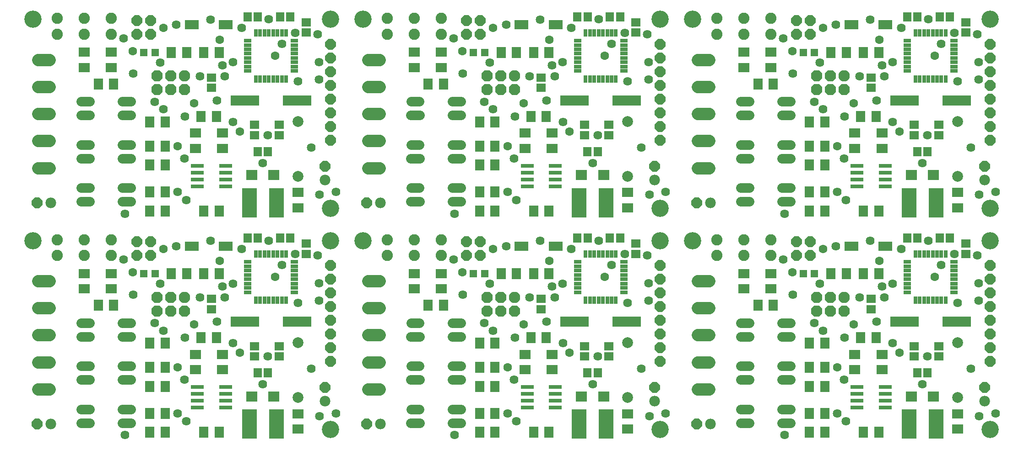
<source format=gbr>
*
%LPD*%
%LNTop_SolderMask*%
%FSLAX25Y25*%
%MOIN*%
%AD*%
%AD*%
%ADD51R,0.059179921X0.067059843*%
%ADD52R,0.067059843X0.059179921*%
%ADD53R,0.078870079X0.074929921*%
%ADD54R,0.094609843X0.031620079*%
%ADD55C,0.0828*%
%AMD56_Octagon*
4,1,8,-0.0414,0.017148,-0.017148,0.0414,0.017148,0.0414,0.0414,0.017148,0.0414,-0.017148,0.017148,-0.0414,-0.017148,-0.0414,-0.0414,-0.017148,-0.0414,0.017148,0*
%
%ADD56D56_Octagon*%
%ADD57C,0.082*%
%AMD58_Octagon*
4,1,8,-0.03975,0.016482,-0.016482,0.03975,0.016482,0.03975,0.03975,0.016482,0.03975,-0.016482,0.016482,-0.03975,-0.016482,-0.03975,-0.03975,-0.016482,-0.03975,0.016482,0*
%
%ADD58D58_Octagon*%
%ADD59R,0.106429921X0.212720079*%
%ADD60R,0.055240157X0.055240157*%
%ADD61C,0.070990157*%
%ADD62C,0.0715*%
%ADD63R,0.070990157X0.078979921*%
%ADD64R,0.078979921X0.070990157*%
%ADD65R,0.09855X0.070990157*%
%ADD66C,0.0915*%
%ADD67R,0.208X0.078*%
%ADD68C,0.078870079*%
%AMD69_Octagon*
4,1,8,-0.039,0.016165,-0.016165,0.039,0.016165,0.039,0.039,0.016165,0.039,-0.016165,0.016165,-0.039,-0.016165,-0.039,-0.039,-0.016165,-0.039,0.016165,0*
%
%ADD69D69_Octagon*%
%ADD70C,0.078*%
%ADD71R,0.027690157X0.058*%
%ADD72R,0.058X0.027690157*%
%ADD73C,0.064*%
%ADD74C,0.063120079*%
%ADD75C,0.126109843*%
G54D51*
%SRX1Y1I0.0J0.0*%
G1X199552Y56918D3*
G1X207032Y56918D3*
G1X199650Y155343D3*
G1X192170Y155343D3*
G1X215792Y155343D3*
G1X223272Y155343D3*
G54D52*
G1X234788Y151209D3*
G1X234788Y143729D3*
G1X165890Y110855D3*
G1X165890Y103375D3*
G1X197386Y76406D3*
G1X197386Y68926D3*
G1X215103Y68926D3*
G1X215103Y76406D3*
G54D53*
G1X211363Y39733D3*
G1X195221Y39733D3*
G54D54*
G1X176127Y41702D3*
G1X176127Y46702D3*
G1X176127Y36702D3*
G1X176127Y31702D3*
G1X155654Y31702D3*
G1X155654Y36702D3*
G1X155654Y41702D3*
G1X155654Y46702D3*
G54D55*
G1X146363Y112115D3*
G54D56*
G1X136363Y112115D3*
G1X126363Y112115D3*
G1X126363Y102115D3*
G1X136363Y102115D3*
G1X146363Y102115D3*
G54D57*
G1X93056Y142675D3*
G1X93056Y154075D3*
G1X73371Y154075D3*
G1X73371Y142675D3*
G1X53686Y142675D3*
G1X53686Y154075D3*
G54D58*
G1X111520Y152469D3*
G1X121520Y152469D3*
G1X121520Y142469D3*
G1X111520Y142469D3*
G1X252504Y135225D3*
G1X252504Y125225D3*
G1X252504Y115225D3*
G1X252504Y105225D3*
G1X252504Y95225D3*
G1X252504Y85225D3*
G1X252504Y75225D3*
G1X252504Y65225D3*
G54D59*
G1X213134Y19517D3*
G1X193449Y19517D3*
G54D60*
G1X124749Y129261D3*
G1X116481Y129261D3*
G1X107308Y93414D2*
G54D61*
G1X101008Y93414D1*
G1X101008Y83414D2*
G1X107308Y83414D1*
G1X107308Y61918D2*
G1X101008Y61918D1*
G1X101008Y51918D2*
G1X107308Y51918D1*
G1X107308Y30422D2*
G1X101008Y30422D1*
G1X101008Y20422D2*
G1X107308Y20422D1*
G1X77229Y30422D2*
G1X70930Y30422D1*
G1X70930Y61918D2*
G1X77229Y61918D1*
G1X77229Y93414D2*
G1X70930Y93414D1*
G1X70904Y83414D2*
G54D62*
G1X77254Y83414D1*
G1X77254Y51918D2*
G1X70904Y51918D1*
G1X70904Y20422D2*
G1X77254Y20422D1*
G54D63*
G1X120922Y13611D3*
G1X132119Y13611D3*
G1X132119Y27391D3*
G1X120922Y27391D3*
G1X120922Y47076D3*
G1X132119Y47076D3*
G1X132119Y60855D3*
G1X120922Y60855D3*
G1X120922Y78572D3*
G1X132119Y78572D3*
G1X158323Y82509D3*
G1X169520Y82509D3*
G1X171489Y129261D3*
G1X160292Y129261D3*
G1X147867Y129261D3*
G1X136670Y129261D3*
G1X94717Y106131D3*
G1X83520Y106131D3*
G1X160292Y13611D3*
G1X171489Y13611D3*
G54D64*
G1X228882Y15887D3*
G1X228882Y27083D3*
G1X173764Y59194D3*
G1X173764Y70391D3*
G1X154079Y70391D3*
G1X154079Y59194D3*
G1X93056Y118249D3*
G1X93056Y129446D3*
G1X73371Y129446D3*
G1X73371Y118249D3*
G54D65*
G1X151520Y149438D3*
G1X176323Y149438D3*
G1X48018Y123877D2*
G54D66*
G1X39668Y123877D1*
G1X39668Y104177D2*
G1X48018Y104177D1*
G1X48018Y84477D2*
G1X39668Y84477D1*
G1X39668Y64777D2*
G1X48018Y64777D1*
G1X48018Y44977D2*
G1X39668Y44977D1*
G54D67*
G1X190197Y94320D3*
G1X228197Y94320D3*
G54D68*
G1X228882Y78887D3*
G1X228882Y38887D3*
G54D69*
G1X38843Y19517D3*
G1X248567Y46170D3*
G54D70*
G1X248567Y36170D3*
G1X48843Y19517D3*
G54D71*
G1X198174Y109900D3*
G1X201323Y109900D3*
G1X204473Y109900D3*
G1X207623Y109900D3*
G1X210772Y109900D3*
G1X213922Y109900D3*
G1X217071Y109900D3*
G1X220221Y109900D3*
G1X220221Y143700D3*
G1X217071Y143700D3*
G1X213922Y143700D3*
G1X210772Y143700D3*
G1X207623Y143700D3*
G1X204473Y143700D3*
G1X201323Y143700D3*
G1X198174Y143700D3*
G54D72*
G1X192297Y137824D3*
G1X192297Y134674D3*
G1X192297Y131524D3*
G1X192297Y128375D3*
G1X192297Y125225D3*
G1X192297Y122076D3*
G1X192297Y118926D3*
G1X192297Y115776D3*
G1X226097Y115776D3*
G1X226097Y118926D3*
G1X226097Y122076D3*
G1X226097Y125225D3*
G1X226097Y128375D3*
G1X226097Y131524D3*
G1X226097Y134674D3*
G1X226097Y137824D3*
G54D73*
G1X226746Y143700D3*
G1X217071Y135658D3*
G1X207721Y153375D3*
G1X187827Y147186D3*
G1X165237Y153170D3*
G1X140300Y149438D3*
G1X128489Y121879D3*
G1X108804Y114005D3*
G1X124552Y93335D3*
G1X130804Y87776D3*
G1X146697Y82509D3*
G1X169827Y94320D3*
G1X175733Y112036D3*
G1X173764Y119910D3*
G1X181441Y122076D3*
G1X157524Y112036D3*
G1X181638Y78572D3*
G1X207032Y68926D3*
G1X203292Y48552D3*
G1X238725Y59871D3*
G1X256441Y27391D3*
G1X244630Y25422D3*
G1X147682Y21485D3*
G1X141284Y27391D3*
G1X146205Y51997D3*
G1X102898Y11643D3*
G1X228882Y108099D3*
G1X244138Y109576D3*
G1X244138Y122371D3*
G1X243154Y142548D3*
G1X101914Y139595D3*
G54D74*
G1X108575Y130209D3*
G1X130756Y147225D3*
G1X171796Y138611D3*
G1X212150Y126800D3*
G1X153095Y92351D3*
G1X186560Y71682D3*
G1X141284Y60855D3*
G54D75*
G1X252504Y15580D3*
G1X252504Y153375D3*
G1X35969Y153375D3*
G54D51*
G1X439709Y56918D3*
G1X447189Y56918D3*
G1X439807Y155343D3*
G1X432327Y155343D3*
G1X455949Y155343D3*
G1X463429Y155343D3*
G54D52*
G1X474945Y151209D3*
G1X474945Y143729D3*
G1X406047Y110855D3*
G1X406047Y103375D3*
G1X437543Y76406D3*
G1X437543Y68926D3*
G1X455260Y68926D3*
G1X455260Y76406D3*
G54D53*
G1X451520Y39733D3*
G1X435378Y39733D3*
G54D54*
G1X416284Y41702D3*
G1X416284Y46702D3*
G1X416284Y36702D3*
G1X416284Y31702D3*
G1X395811Y31702D3*
G1X395811Y36702D3*
G1X395811Y41702D3*
G1X395811Y46702D3*
G54D55*
G1X386520Y112115D3*
G54D56*
G1X376520Y112115D3*
G1X366520Y112115D3*
G1X366520Y102115D3*
G1X376520Y102115D3*
G1X386520Y102115D3*
G54D57*
G1X333213Y142675D3*
G1X333213Y154075D3*
G1X313528Y154075D3*
G1X313528Y142675D3*
G1X293843Y142675D3*
G1X293843Y154075D3*
G54D58*
G1X351677Y152469D3*
G1X361677Y152469D3*
G1X361677Y142469D3*
G1X351677Y142469D3*
G1X492661Y135225D3*
G1X492661Y125225D3*
G1X492661Y115225D3*
G1X492661Y105225D3*
G1X492661Y95225D3*
G1X492661Y85225D3*
G1X492661Y75225D3*
G1X492661Y65225D3*
G54D59*
G1X453291Y19517D3*
G1X433606Y19517D3*
G54D60*
G1X364906Y129261D3*
G1X356638Y129261D3*
G1X347465Y93414D2*
G54D61*
G1X341165Y93414D1*
G1X341165Y83414D2*
G1X347465Y83414D1*
G1X347465Y61918D2*
G1X341165Y61918D1*
G1X341165Y51918D2*
G1X347465Y51918D1*
G1X347465Y30422D2*
G1X341165Y30422D1*
G1X341165Y20422D2*
G1X347465Y20422D1*
G1X317386Y30422D2*
G1X311087Y30422D1*
G1X311087Y61918D2*
G1X317386Y61918D1*
G1X317386Y93414D2*
G1X311087Y93414D1*
G1X311061Y83414D2*
G54D62*
G1X317411Y83414D1*
G1X317411Y51918D2*
G1X311061Y51918D1*
G1X311061Y20422D2*
G1X317411Y20422D1*
G54D63*
G1X361079Y13611D3*
G1X372276Y13611D3*
G1X372276Y27391D3*
G1X361079Y27391D3*
G1X361079Y47076D3*
G1X372276Y47076D3*
G1X372276Y60855D3*
G1X361079Y60855D3*
G1X361079Y78572D3*
G1X372276Y78572D3*
G1X398480Y82509D3*
G1X409677Y82509D3*
G1X411646Y129261D3*
G1X400449Y129261D3*
G1X388024Y129261D3*
G1X376827Y129261D3*
G1X334874Y106131D3*
G1X323677Y106131D3*
G1X400449Y13611D3*
G1X411646Y13611D3*
G54D64*
G1X469039Y15887D3*
G1X469039Y27083D3*
G1X413921Y59194D3*
G1X413921Y70391D3*
G1X394236Y70391D3*
G1X394236Y59194D3*
G1X333213Y118249D3*
G1X333213Y129446D3*
G1X313528Y129446D3*
G1X313528Y118249D3*
G54D65*
G1X391677Y149438D3*
G1X416480Y149438D3*
G1X288175Y123877D2*
G54D66*
G1X279825Y123877D1*
G1X279825Y104177D2*
G1X288175Y104177D1*
G1X288175Y84477D2*
G1X279825Y84477D1*
G1X279825Y64777D2*
G1X288175Y64777D1*
G1X288175Y44977D2*
G1X279825Y44977D1*
G54D67*
G1X430354Y94320D3*
G1X468354Y94320D3*
G54D68*
G1X469039Y78887D3*
G1X469039Y38887D3*
G54D69*
G1X279000Y19517D3*
G1X488724Y46170D3*
G54D70*
G1X488724Y36170D3*
G1X289000Y19517D3*
G54D71*
G1X438331Y109900D3*
G1X441480Y109900D3*
G1X444630Y109900D3*
G1X447780Y109900D3*
G1X450929Y109900D3*
G1X454079Y109900D3*
G1X457228Y109900D3*
G1X460378Y109900D3*
G1X460378Y143700D3*
G1X457228Y143700D3*
G1X454079Y143700D3*
G1X450929Y143700D3*
G1X447780Y143700D3*
G1X444630Y143700D3*
G1X441480Y143700D3*
G1X438331Y143700D3*
G54D72*
G1X432454Y137824D3*
G1X432454Y134674D3*
G1X432454Y131524D3*
G1X432454Y128375D3*
G1X432454Y125225D3*
G1X432454Y122076D3*
G1X432454Y118926D3*
G1X432454Y115776D3*
G1X466254Y115776D3*
G1X466254Y118926D3*
G1X466254Y122076D3*
G1X466254Y125225D3*
G1X466254Y128375D3*
G1X466254Y131524D3*
G1X466254Y134674D3*
G1X466254Y137824D3*
G54D73*
G1X466903Y143700D3*
G1X457228Y135658D3*
G1X447878Y153375D3*
G1X427984Y147186D3*
G1X405394Y153170D3*
G1X380457Y149438D3*
G1X368646Y121879D3*
G1X348961Y114005D3*
G1X364709Y93335D3*
G1X370961Y87776D3*
G1X386854Y82509D3*
G1X409984Y94320D3*
G1X415890Y112036D3*
G1X413921Y119910D3*
G1X421598Y122076D3*
G1X397681Y112036D3*
G1X421795Y78572D3*
G1X447189Y68926D3*
G1X443449Y48552D3*
G1X478882Y59871D3*
G1X496598Y27391D3*
G1X484787Y25422D3*
G1X387839Y21485D3*
G1X381441Y27391D3*
G1X386362Y51997D3*
G1X343055Y11643D3*
G1X469039Y108099D3*
G1X484295Y109576D3*
G1X484295Y122371D3*
G1X483311Y142548D3*
G1X342071Y139595D3*
G54D74*
G1X348732Y130209D3*
G1X370913Y147225D3*
G1X411953Y138611D3*
G1X452307Y126800D3*
G1X393252Y92351D3*
G1X426717Y71682D3*
G1X381441Y60855D3*
G54D75*
G1X492661Y15580D3*
G1X492661Y153375D3*
G1X276126Y153375D3*
G54D51*
G1X679867Y56918D3*
G1X687347Y56918D3*
G1X679965Y155343D3*
G1X672485Y155343D3*
G1X696107Y155343D3*
G1X703587Y155343D3*
G54D52*
G1X715103Y151209D3*
G1X715103Y143729D3*
G1X646205Y110855D3*
G1X646205Y103375D3*
G1X677701Y76406D3*
G1X677701Y68926D3*
G1X695418Y68926D3*
G1X695418Y76406D3*
G54D53*
G1X691678Y39733D3*
G1X675536Y39733D3*
G54D54*
G1X656442Y41702D3*
G1X656442Y46702D3*
G1X656442Y36702D3*
G1X656442Y31702D3*
G1X635969Y31702D3*
G1X635969Y36702D3*
G1X635969Y41702D3*
G1X635969Y46702D3*
G54D55*
G1X626678Y112115D3*
G54D56*
G1X616678Y112115D3*
G1X606678Y112115D3*
G1X606678Y102115D3*
G1X616678Y102115D3*
G1X626678Y102115D3*
G54D57*
G1X573371Y142675D3*
G1X573371Y154075D3*
G1X553686Y154075D3*
G1X553686Y142675D3*
G1X534001Y142675D3*
G1X534001Y154075D3*
G54D58*
G1X591835Y152469D3*
G1X601835Y152469D3*
G1X601835Y142469D3*
G1X591835Y142469D3*
G1X732819Y135225D3*
G1X732819Y125225D3*
G1X732819Y115225D3*
G1X732819Y105225D3*
G1X732819Y95225D3*
G1X732819Y85225D3*
G1X732819Y75225D3*
G1X732819Y65225D3*
G54D59*
G1X693449Y19517D3*
G1X673764Y19517D3*
G54D60*
G1X605064Y129261D3*
G1X596796Y129261D3*
G1X587623Y93414D2*
G54D61*
G1X581323Y93414D1*
G1X581323Y83414D2*
G1X587623Y83414D1*
G1X587623Y61918D2*
G1X581323Y61918D1*
G1X581323Y51918D2*
G1X587623Y51918D1*
G1X587623Y30422D2*
G1X581323Y30422D1*
G1X581323Y20422D2*
G1X587623Y20422D1*
G1X557544Y30422D2*
G1X551245Y30422D1*
G1X551245Y61918D2*
G1X557544Y61918D1*
G1X557544Y93414D2*
G1X551245Y93414D1*
G1X551219Y83414D2*
G54D62*
G1X557569Y83414D1*
G1X557569Y51918D2*
G1X551219Y51918D1*
G1X551219Y20422D2*
G1X557569Y20422D1*
G54D63*
G1X601237Y13611D3*
G1X612434Y13611D3*
G1X612434Y27391D3*
G1X601237Y27391D3*
G1X601237Y47076D3*
G1X612434Y47076D3*
G1X612434Y60855D3*
G1X601237Y60855D3*
G1X601237Y78572D3*
G1X612434Y78572D3*
G1X638638Y82509D3*
G1X649835Y82509D3*
G1X651804Y129261D3*
G1X640607Y129261D3*
G1X628182Y129261D3*
G1X616985Y129261D3*
G1X575032Y106131D3*
G1X563835Y106131D3*
G1X640607Y13611D3*
G1X651804Y13611D3*
G54D64*
G1X709197Y15887D3*
G1X709197Y27083D3*
G1X654079Y59194D3*
G1X654079Y70391D3*
G1X634394Y70391D3*
G1X634394Y59194D3*
G1X573371Y118249D3*
G1X573371Y129446D3*
G1X553686Y129446D3*
G1X553686Y118249D3*
G54D65*
G1X631835Y149438D3*
G1X656638Y149438D3*
G1X528333Y123877D2*
G54D66*
G1X519983Y123877D1*
G1X519983Y104177D2*
G1X528333Y104177D1*
G1X528333Y84477D2*
G1X519983Y84477D1*
G1X519983Y64777D2*
G1X528333Y64777D1*
G1X528333Y44977D2*
G1X519983Y44977D1*
G54D67*
G1X670512Y94320D3*
G1X708512Y94320D3*
G54D68*
G1X709197Y78887D3*
G1X709197Y38887D3*
G54D69*
G1X519158Y19517D3*
G1X728882Y46170D3*
G54D70*
G1X728882Y36170D3*
G1X529158Y19517D3*
G54D71*
G1X678489Y109900D3*
G1X681638Y109900D3*
G1X684788Y109900D3*
G1X687938Y109900D3*
G1X691087Y109900D3*
G1X694237Y109900D3*
G1X697386Y109900D3*
G1X700536Y109900D3*
G1X700536Y143700D3*
G1X697386Y143700D3*
G1X694237Y143700D3*
G1X691087Y143700D3*
G1X687938Y143700D3*
G1X684788Y143700D3*
G1X681638Y143700D3*
G1X678489Y143700D3*
G54D72*
G1X672612Y137824D3*
G1X672612Y134674D3*
G1X672612Y131524D3*
G1X672612Y128375D3*
G1X672612Y125225D3*
G1X672612Y122076D3*
G1X672612Y118926D3*
G1X672612Y115776D3*
G1X706412Y115776D3*
G1X706412Y118926D3*
G1X706412Y122076D3*
G1X706412Y125225D3*
G1X706412Y128375D3*
G1X706412Y131524D3*
G1X706412Y134674D3*
G1X706412Y137824D3*
G54D73*
G1X707061Y143700D3*
G1X697386Y135658D3*
G1X688036Y153375D3*
G1X668142Y147186D3*
G1X645552Y153170D3*
G1X620615Y149438D3*
G1X608804Y121879D3*
G1X589119Y114005D3*
G1X604867Y93335D3*
G1X611119Y87776D3*
G1X627012Y82509D3*
G1X650142Y94320D3*
G1X656048Y112036D3*
G1X654079Y119910D3*
G1X661756Y122076D3*
G1X637839Y112036D3*
G1X661953Y78572D3*
G1X687347Y68926D3*
G1X683607Y48552D3*
G1X719040Y59871D3*
G1X736756Y27391D3*
G1X724945Y25422D3*
G1X627997Y21485D3*
G1X621599Y27391D3*
G1X626520Y51997D3*
G1X583213Y11643D3*
G1X709197Y108099D3*
G1X724453Y109576D3*
G1X724453Y122371D3*
G1X723469Y142548D3*
G1X582229Y139595D3*
G54D74*
G1X588890Y130209D3*
G1X611071Y147225D3*
G1X652111Y138611D3*
G1X692465Y126800D3*
G1X633410Y92351D3*
G1X666875Y71682D3*
G1X621599Y60855D3*
G54D75*
G1X732819Y15580D3*
G1X732819Y153375D3*
G1X516284Y153375D3*
G54D51*
G1X199552Y218335D3*
G1X207032Y218335D3*
G1X199650Y316760D3*
G1X192170Y316760D3*
G1X215792Y316760D3*
G1X223272Y316760D3*
G54D52*
G1X234788Y312626D3*
G1X234788Y305146D3*
G1X165890Y272272D3*
G1X165890Y264792D3*
G1X197386Y237823D3*
G1X197386Y230343D3*
G1X215103Y230343D3*
G1X215103Y237823D3*
G54D53*
G1X211363Y201150D3*
G1X195221Y201150D3*
G54D54*
G1X176127Y203119D3*
G1X176127Y208119D3*
G1X176127Y198119D3*
G1X176127Y193119D3*
G1X155654Y193119D3*
G1X155654Y198119D3*
G1X155654Y203119D3*
G1X155654Y208119D3*
G54D55*
G1X146363Y273532D3*
G54D56*
G1X136363Y273532D3*
G1X126363Y273532D3*
G1X126363Y263532D3*
G1X136363Y263532D3*
G1X146363Y263532D3*
G54D57*
G1X93056Y304092D3*
G1X93056Y315492D3*
G1X73371Y315492D3*
G1X73371Y304092D3*
G1X53686Y304092D3*
G1X53686Y315492D3*
G54D58*
G1X111520Y313886D3*
G1X121520Y313886D3*
G1X121520Y303886D3*
G1X111520Y303886D3*
G1X252504Y296642D3*
G1X252504Y286642D3*
G1X252504Y276642D3*
G1X252504Y266642D3*
G1X252504Y256642D3*
G1X252504Y246642D3*
G1X252504Y236642D3*
G1X252504Y226642D3*
G54D59*
G1X213134Y180934D3*
G1X193449Y180934D3*
G54D60*
G1X124749Y290678D3*
G1X116481Y290678D3*
G1X107308Y254831D2*
G54D61*
G1X101008Y254831D1*
G1X101008Y244831D2*
G1X107308Y244831D1*
G1X107308Y223335D2*
G1X101008Y223335D1*
G1X101008Y213335D2*
G1X107308Y213335D1*
G1X107308Y191839D2*
G1X101008Y191839D1*
G1X101008Y181839D2*
G1X107308Y181839D1*
G1X77229Y191839D2*
G1X70930Y191839D1*
G1X70930Y223335D2*
G1X77229Y223335D1*
G1X77229Y254831D2*
G1X70930Y254831D1*
G1X70904Y244831D2*
G54D62*
G1X77254Y244831D1*
G1X77254Y213335D2*
G1X70904Y213335D1*
G1X70904Y181839D2*
G1X77254Y181839D1*
G54D63*
G1X120922Y175028D3*
G1X132119Y175028D3*
G1X132119Y188808D3*
G1X120922Y188808D3*
G1X120922Y208493D3*
G1X132119Y208493D3*
G1X132119Y222272D3*
G1X120922Y222272D3*
G1X120922Y239989D3*
G1X132119Y239989D3*
G1X158323Y243926D3*
G1X169520Y243926D3*
G1X171489Y290678D3*
G1X160292Y290678D3*
G1X147867Y290678D3*
G1X136670Y290678D3*
G1X94717Y267548D3*
G1X83520Y267548D3*
G1X160292Y175028D3*
G1X171489Y175028D3*
G54D64*
G1X228882Y177304D3*
G1X228882Y188500D3*
G1X173764Y220611D3*
G1X173764Y231808D3*
G1X154079Y231808D3*
G1X154079Y220611D3*
G1X93056Y279666D3*
G1X93056Y290863D3*
G1X73371Y290863D3*
G1X73371Y279666D3*
G54D65*
G1X151520Y310855D3*
G1X176323Y310855D3*
G1X48018Y285294D2*
G54D66*
G1X39668Y285294D1*
G1X39668Y265594D2*
G1X48018Y265594D1*
G1X48018Y245894D2*
G1X39668Y245894D1*
G1X39668Y226194D2*
G1X48018Y226194D1*
G1X48018Y206394D2*
G1X39668Y206394D1*
G54D67*
G1X190197Y255737D3*
G1X228197Y255737D3*
G54D68*
G1X228882Y240304D3*
G1X228882Y200304D3*
G54D69*
G1X38843Y180934D3*
G1X248567Y207587D3*
G54D70*
G1X248567Y197587D3*
G1X48843Y180934D3*
G54D71*
G1X198174Y271317D3*
G1X201323Y271317D3*
G1X204473Y271317D3*
G1X207623Y271317D3*
G1X210772Y271317D3*
G1X213922Y271317D3*
G1X217071Y271317D3*
G1X220221Y271317D3*
G1X220221Y305117D3*
G1X217071Y305117D3*
G1X213922Y305117D3*
G1X210772Y305117D3*
G1X207623Y305117D3*
G1X204473Y305117D3*
G1X201323Y305117D3*
G1X198174Y305117D3*
G54D72*
G1X192297Y299241D3*
G1X192297Y296091D3*
G1X192297Y292941D3*
G1X192297Y289792D3*
G1X192297Y286642D3*
G1X192297Y283493D3*
G1X192297Y280343D3*
G1X192297Y277193D3*
G1X226097Y277193D3*
G1X226097Y280343D3*
G1X226097Y283493D3*
G1X226097Y286642D3*
G1X226097Y289792D3*
G1X226097Y292941D3*
G1X226097Y296091D3*
G1X226097Y299241D3*
G54D73*
G1X226746Y305117D3*
G1X217071Y297075D3*
G1X207721Y314792D3*
G1X187827Y308603D3*
G1X165237Y314587D3*
G1X140300Y310855D3*
G1X128489Y283296D3*
G1X108804Y275422D3*
G1X124552Y254752D3*
G1X130804Y249193D3*
G1X146697Y243926D3*
G1X169827Y255737D3*
G1X175733Y273453D3*
G1X173764Y281327D3*
G1X181441Y283493D3*
G1X157524Y273453D3*
G1X181638Y239989D3*
G1X207032Y230343D3*
G1X203292Y209969D3*
G1X238725Y221288D3*
G1X256441Y188808D3*
G1X244630Y186839D3*
G1X147682Y182902D3*
G1X141284Y188808D3*
G1X146205Y213414D3*
G1X102898Y173060D3*
G1X228882Y269516D3*
G1X244138Y270993D3*
G1X244138Y283788D3*
G1X243154Y303965D3*
G1X101914Y301012D3*
G54D74*
G1X108575Y291626D3*
G1X130756Y308642D3*
G1X171796Y300028D3*
G1X212150Y288217D3*
G1X153095Y253768D3*
G1X186560Y233099D3*
G1X141284Y222272D3*
G54D75*
G1X252504Y176997D3*
G1X252504Y314792D3*
G1X35969Y314792D3*
G54D51*
G1X439709Y218335D3*
G1X447189Y218335D3*
G1X439807Y316760D3*
G1X432327Y316760D3*
G1X455949Y316760D3*
G1X463429Y316760D3*
G54D52*
G1X474945Y312626D3*
G1X474945Y305146D3*
G1X406047Y272272D3*
G1X406047Y264792D3*
G1X437543Y237823D3*
G1X437543Y230343D3*
G1X455260Y230343D3*
G1X455260Y237823D3*
G54D53*
G1X451520Y201150D3*
G1X435378Y201150D3*
G54D54*
G1X416284Y203119D3*
G1X416284Y208119D3*
G1X416284Y198119D3*
G1X416284Y193119D3*
G1X395811Y193119D3*
G1X395811Y198119D3*
G1X395811Y203119D3*
G1X395811Y208119D3*
G54D55*
G1X386520Y273532D3*
G54D56*
G1X376520Y273532D3*
G1X366520Y273532D3*
G1X366520Y263532D3*
G1X376520Y263532D3*
G1X386520Y263532D3*
G54D57*
G1X333213Y304092D3*
G1X333213Y315492D3*
G1X313528Y315492D3*
G1X313528Y304092D3*
G1X293843Y304092D3*
G1X293843Y315492D3*
G54D58*
G1X351677Y313886D3*
G1X361677Y313886D3*
G1X361677Y303886D3*
G1X351677Y303886D3*
G1X492661Y296642D3*
G1X492661Y286642D3*
G1X492661Y276642D3*
G1X492661Y266642D3*
G1X492661Y256642D3*
G1X492661Y246642D3*
G1X492661Y236642D3*
G1X492661Y226642D3*
G54D59*
G1X453291Y180934D3*
G1X433606Y180934D3*
G54D60*
G1X364906Y290678D3*
G1X356638Y290678D3*
G1X347465Y254831D2*
G54D61*
G1X341165Y254831D1*
G1X341165Y244831D2*
G1X347465Y244831D1*
G1X347465Y223335D2*
G1X341165Y223335D1*
G1X341165Y213335D2*
G1X347465Y213335D1*
G1X347465Y191839D2*
G1X341165Y191839D1*
G1X341165Y181839D2*
G1X347465Y181839D1*
G1X317386Y191839D2*
G1X311087Y191839D1*
G1X311087Y223335D2*
G1X317386Y223335D1*
G1X317386Y254831D2*
G1X311087Y254831D1*
G1X311061Y244831D2*
G54D62*
G1X317411Y244831D1*
G1X317411Y213335D2*
G1X311061Y213335D1*
G1X311061Y181839D2*
G1X317411Y181839D1*
G54D63*
G1X361079Y175028D3*
G1X372276Y175028D3*
G1X372276Y188808D3*
G1X361079Y188808D3*
G1X361079Y208493D3*
G1X372276Y208493D3*
G1X372276Y222272D3*
G1X361079Y222272D3*
G1X361079Y239989D3*
G1X372276Y239989D3*
G1X398480Y243926D3*
G1X409677Y243926D3*
G1X411646Y290678D3*
G1X400449Y290678D3*
G1X388024Y290678D3*
G1X376827Y290678D3*
G1X334874Y267548D3*
G1X323677Y267548D3*
G1X400449Y175028D3*
G1X411646Y175028D3*
G54D64*
G1X469039Y177304D3*
G1X469039Y188500D3*
G1X413921Y220611D3*
G1X413921Y231808D3*
G1X394236Y231808D3*
G1X394236Y220611D3*
G1X333213Y279666D3*
G1X333213Y290863D3*
G1X313528Y290863D3*
G1X313528Y279666D3*
G54D65*
G1X391677Y310855D3*
G1X416480Y310855D3*
G1X288175Y285294D2*
G54D66*
G1X279825Y285294D1*
G1X279825Y265594D2*
G1X288175Y265594D1*
G1X288175Y245894D2*
G1X279825Y245894D1*
G1X279825Y226194D2*
G1X288175Y226194D1*
G1X288175Y206394D2*
G1X279825Y206394D1*
G54D67*
G1X430354Y255737D3*
G1X468354Y255737D3*
G54D68*
G1X469039Y240304D3*
G1X469039Y200304D3*
G54D69*
G1X279000Y180934D3*
G1X488724Y207587D3*
G54D70*
G1X488724Y197587D3*
G1X289000Y180934D3*
G54D71*
G1X438331Y271317D3*
G1X441480Y271317D3*
G1X444630Y271317D3*
G1X447780Y271317D3*
G1X450929Y271317D3*
G1X454079Y271317D3*
G1X457228Y271317D3*
G1X460378Y271317D3*
G1X460378Y305117D3*
G1X457228Y305117D3*
G1X454079Y305117D3*
G1X450929Y305117D3*
G1X447780Y305117D3*
G1X444630Y305117D3*
G1X441480Y305117D3*
G1X438331Y305117D3*
G54D72*
G1X432454Y299241D3*
G1X432454Y296091D3*
G1X432454Y292941D3*
G1X432454Y289792D3*
G1X432454Y286642D3*
G1X432454Y283493D3*
G1X432454Y280343D3*
G1X432454Y277193D3*
G1X466254Y277193D3*
G1X466254Y280343D3*
G1X466254Y283493D3*
G1X466254Y286642D3*
G1X466254Y289792D3*
G1X466254Y292941D3*
G1X466254Y296091D3*
G1X466254Y299241D3*
G54D73*
G1X466903Y305117D3*
G1X457228Y297075D3*
G1X447878Y314792D3*
G1X427984Y308603D3*
G1X405394Y314587D3*
G1X380457Y310855D3*
G1X368646Y283296D3*
G1X348961Y275422D3*
G1X364709Y254752D3*
G1X370961Y249193D3*
G1X386854Y243926D3*
G1X409984Y255737D3*
G1X415890Y273453D3*
G1X413921Y281327D3*
G1X421598Y283493D3*
G1X397681Y273453D3*
G1X421795Y239989D3*
G1X447189Y230343D3*
G1X443449Y209969D3*
G1X478882Y221288D3*
G1X496598Y188808D3*
G1X484787Y186839D3*
G1X387839Y182902D3*
G1X381441Y188808D3*
G1X386362Y213414D3*
G1X343055Y173060D3*
G1X469039Y269516D3*
G1X484295Y270993D3*
G1X484295Y283788D3*
G1X483311Y303965D3*
G1X342071Y301012D3*
G54D74*
G1X348732Y291626D3*
G1X370913Y308642D3*
G1X411953Y300028D3*
G1X452307Y288217D3*
G1X393252Y253768D3*
G1X426717Y233099D3*
G1X381441Y222272D3*
G54D75*
G1X492661Y176997D3*
G1X492661Y314792D3*
G1X276126Y314792D3*
G54D51*
G1X679867Y218335D3*
G1X687347Y218335D3*
G1X679965Y316760D3*
G1X672485Y316760D3*
G1X696107Y316760D3*
G1X703587Y316760D3*
G54D52*
G1X715103Y312626D3*
G1X715103Y305146D3*
G1X646205Y272272D3*
G1X646205Y264792D3*
G1X677701Y237823D3*
G1X677701Y230343D3*
G1X695418Y230343D3*
G1X695418Y237823D3*
G54D53*
G1X691678Y201150D3*
G1X675536Y201150D3*
G54D54*
G1X656442Y203119D3*
G1X656442Y208119D3*
G1X656442Y198119D3*
G1X656442Y193119D3*
G1X635969Y193119D3*
G1X635969Y198119D3*
G1X635969Y203119D3*
G1X635969Y208119D3*
G54D55*
G1X626678Y273532D3*
G54D56*
G1X616678Y273532D3*
G1X606678Y273532D3*
G1X606678Y263532D3*
G1X616678Y263532D3*
G1X626678Y263532D3*
G54D57*
G1X573371Y304092D3*
G1X573371Y315492D3*
G1X553686Y315492D3*
G1X553686Y304092D3*
G1X534001Y304092D3*
G1X534001Y315492D3*
G54D58*
G1X591835Y313886D3*
G1X601835Y313886D3*
G1X601835Y303886D3*
G1X591835Y303886D3*
G1X732819Y296642D3*
G1X732819Y286642D3*
G1X732819Y276642D3*
G1X732819Y266642D3*
G1X732819Y256642D3*
G1X732819Y246642D3*
G1X732819Y236642D3*
G1X732819Y226642D3*
G54D59*
G1X693449Y180934D3*
G1X673764Y180934D3*
G54D60*
G1X605064Y290678D3*
G1X596796Y290678D3*
G1X587623Y254831D2*
G54D61*
G1X581323Y254831D1*
G1X581323Y244831D2*
G1X587623Y244831D1*
G1X587623Y223335D2*
G1X581323Y223335D1*
G1X581323Y213335D2*
G1X587623Y213335D1*
G1X587623Y191839D2*
G1X581323Y191839D1*
G1X581323Y181839D2*
G1X587623Y181839D1*
G1X557544Y191839D2*
G1X551245Y191839D1*
G1X551245Y223335D2*
G1X557544Y223335D1*
G1X557544Y254831D2*
G1X551245Y254831D1*
G1X551219Y244831D2*
G54D62*
G1X557569Y244831D1*
G1X557569Y213335D2*
G1X551219Y213335D1*
G1X551219Y181839D2*
G1X557569Y181839D1*
G54D63*
G1X601237Y175028D3*
G1X612434Y175028D3*
G1X612434Y188808D3*
G1X601237Y188808D3*
G1X601237Y208493D3*
G1X612434Y208493D3*
G1X612434Y222272D3*
G1X601237Y222272D3*
G1X601237Y239989D3*
G1X612434Y239989D3*
G1X638638Y243926D3*
G1X649835Y243926D3*
G1X651804Y290678D3*
G1X640607Y290678D3*
G1X628182Y290678D3*
G1X616985Y290678D3*
G1X575032Y267548D3*
G1X563835Y267548D3*
G1X640607Y175028D3*
G1X651804Y175028D3*
G54D64*
G1X709197Y177304D3*
G1X709197Y188500D3*
G1X654079Y220611D3*
G1X654079Y231808D3*
G1X634394Y231808D3*
G1X634394Y220611D3*
G1X573371Y279666D3*
G1X573371Y290863D3*
G1X553686Y290863D3*
G1X553686Y279666D3*
G54D65*
G1X631835Y310855D3*
G1X656638Y310855D3*
G1X528333Y285294D2*
G54D66*
G1X519983Y285294D1*
G1X519983Y265594D2*
G1X528333Y265594D1*
G1X528333Y245894D2*
G1X519983Y245894D1*
G1X519983Y226194D2*
G1X528333Y226194D1*
G1X528333Y206394D2*
G1X519983Y206394D1*
G54D67*
G1X670512Y255737D3*
G1X708512Y255737D3*
G54D68*
G1X709197Y240304D3*
G1X709197Y200304D3*
G54D69*
G1X519158Y180934D3*
G1X728882Y207587D3*
G54D70*
G1X728882Y197587D3*
G1X529158Y180934D3*
G54D71*
G1X678489Y271317D3*
G1X681638Y271317D3*
G1X684788Y271317D3*
G1X687938Y271317D3*
G1X691087Y271317D3*
G1X694237Y271317D3*
G1X697386Y271317D3*
G1X700536Y271317D3*
G1X700536Y305117D3*
G1X697386Y305117D3*
G1X694237Y305117D3*
G1X691087Y305117D3*
G1X687938Y305117D3*
G1X684788Y305117D3*
G1X681638Y305117D3*
G1X678489Y305117D3*
G54D72*
G1X672612Y299241D3*
G1X672612Y296091D3*
G1X672612Y292941D3*
G1X672612Y289792D3*
G1X672612Y286642D3*
G1X672612Y283493D3*
G1X672612Y280343D3*
G1X672612Y277193D3*
G1X706412Y277193D3*
G1X706412Y280343D3*
G1X706412Y283493D3*
G1X706412Y286642D3*
G1X706412Y289792D3*
G1X706412Y292941D3*
G1X706412Y296091D3*
G1X706412Y299241D3*
G54D73*
G1X707061Y305117D3*
G1X697386Y297075D3*
G1X688036Y314792D3*
G1X668142Y308603D3*
G1X645552Y314587D3*
G1X620615Y310855D3*
G1X608804Y283296D3*
G1X589119Y275422D3*
G1X604867Y254752D3*
G1X611119Y249193D3*
G1X627012Y243926D3*
G1X650142Y255737D3*
G1X656048Y273453D3*
G1X654079Y281327D3*
G1X661756Y283493D3*
G1X637839Y273453D3*
G1X661953Y239989D3*
G1X687347Y230343D3*
G1X683607Y209969D3*
G1X719040Y221288D3*
G1X736756Y188808D3*
G1X724945Y186839D3*
G1X627997Y182902D3*
G1X621599Y188808D3*
G1X626520Y213414D3*
G1X583213Y173060D3*
G1X709197Y269516D3*
G1X724453Y270993D3*
G1X724453Y283788D3*
G1X723469Y303965D3*
G1X582229Y301012D3*
G54D74*
G1X588890Y291626D3*
G1X611071Y308642D3*
G1X652111Y300028D3*
G1X692465Y288217D3*
G1X633410Y253768D3*
G1X666875Y233099D3*
G1X621599Y222272D3*
G54D75*
G1X732819Y176997D3*
G1X732819Y314792D3*
G1X516284Y314792D3*
M2*

</source>
